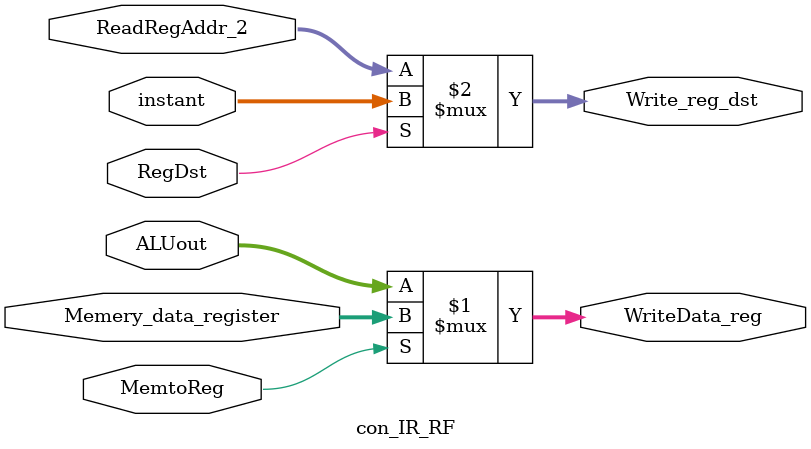
<source format=v>
`timescale 1ns / 1ps


module con_IR_RF(
    input MemtoReg,
    input RegDst,
    input [31:0]Memery_data_register,
    input [31:0]ALUout,
    input [4:0]instant,
    input [4:0]ReadRegAddr_2,
    
    output [31:0]WriteData_reg,
    output [4:0]Write_reg_dst
    );
    
    assign WriteData_reg = MemtoReg ? Memery_data_register : ALUout;
    assign Write_reg_dst = RegDst ? instant :ReadRegAddr_2;
    
endmodule

</source>
